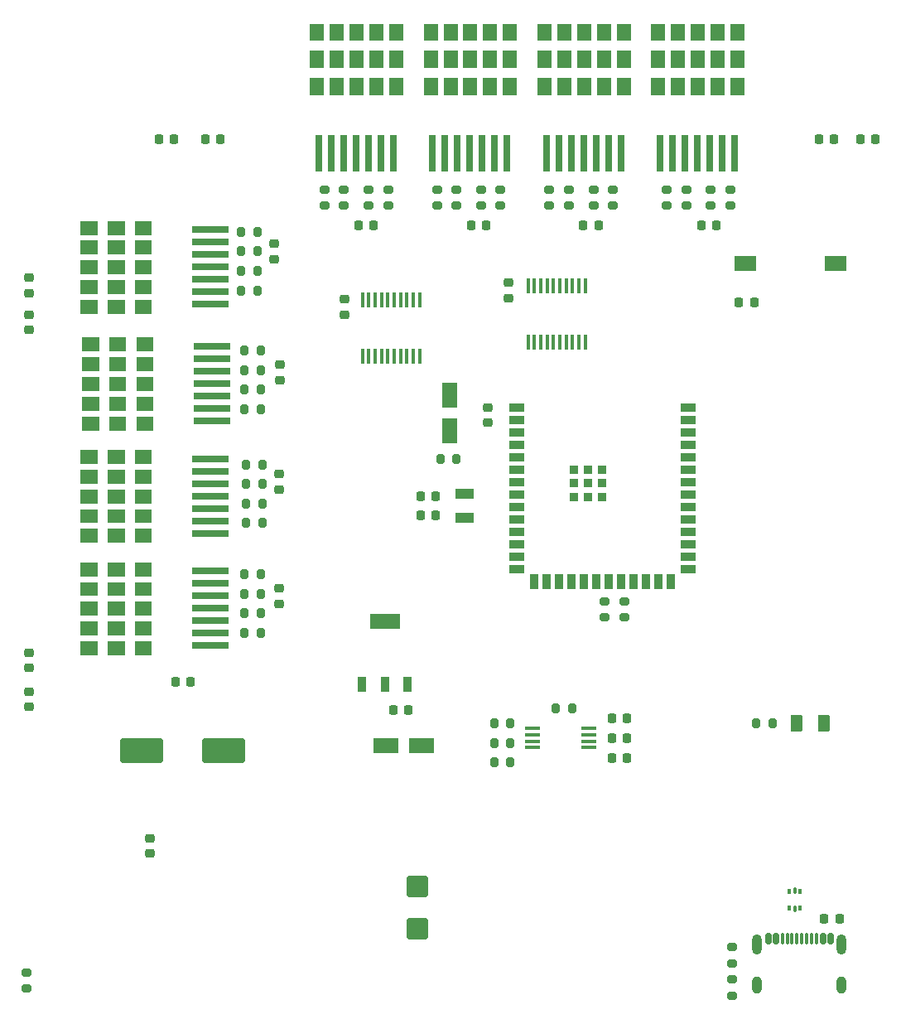
<source format=gtp>
%TF.GenerationSoftware,KiCad,Pcbnew,9.0.4-9.0.4-0~ubuntu24.04.1*%
%TF.CreationDate,2025-09-30T13:12:32+03:00*%
%TF.ProjectId,Esp32-S3-WROOM-1U-N16R8_ controller,45737033-322d-4533-932d-57524f4f4d2d,VER 1.0.0*%
%TF.SameCoordinates,Original*%
%TF.FileFunction,Paste,Top*%
%TF.FilePolarity,Positive*%
%FSLAX46Y46*%
G04 Gerber Fmt 4.6, Leading zero omitted, Abs format (unit mm)*
G04 Created by KiCad (PCBNEW 9.0.4-9.0.4-0~ubuntu24.04.1) date 2025-09-30 13:12:32*
%MOMM*%
%LPD*%
G01*
G04 APERTURE LIST*
G04 Aperture macros list*
%AMRoundRect*
0 Rectangle with rounded corners*
0 $1 Rounding radius*
0 $2 $3 $4 $5 $6 $7 $8 $9 X,Y pos of 4 corners*
0 Add a 4 corners polygon primitive as box body*
4,1,4,$2,$3,$4,$5,$6,$7,$8,$9,$2,$3,0*
0 Add four circle primitives for the rounded corners*
1,1,$1+$1,$2,$3*
1,1,$1+$1,$4,$5*
1,1,$1+$1,$6,$7*
1,1,$1+$1,$8,$9*
0 Add four rect primitives between the rounded corners*
20,1,$1+$1,$2,$3,$4,$5,0*
20,1,$1+$1,$4,$5,$6,$7,0*
20,1,$1+$1,$6,$7,$8,$9,0*
20,1,$1+$1,$8,$9,$2,$3,0*%
G04 Aperture macros list end*
%ADD10C,0.010000*%
%ADD11RoundRect,0.200000X0.200000X0.275000X-0.200000X0.275000X-0.200000X-0.275000X0.200000X-0.275000X0*%
%ADD12RoundRect,0.225000X0.225000X0.250000X-0.225000X0.250000X-0.225000X-0.250000X0.225000X-0.250000X0*%
%ADD13RoundRect,0.200000X0.275000X-0.200000X0.275000X0.200000X-0.275000X0.200000X-0.275000X-0.200000X0*%
%ADD14R,0.838200X1.600200*%
%ADD15R,3.098800X1.600200*%
%ADD16RoundRect,0.200000X-0.200000X-0.275000X0.200000X-0.275000X0.200000X0.275000X-0.200000X0.275000X0*%
%ADD17RoundRect,0.225000X0.250000X-0.225000X0.250000X0.225000X-0.250000X0.225000X-0.250000X-0.225000X0*%
%ADD18RoundRect,0.250000X0.375000X0.625000X-0.375000X0.625000X-0.375000X-0.625000X0.375000X-0.625000X0*%
%ADD19RoundRect,0.093750X0.093750X-0.156250X0.093750X0.156250X-0.093750X0.156250X-0.093750X-0.156250X0*%
%ADD20RoundRect,0.075000X0.075000X-0.250000X0.075000X0.250000X-0.075000X0.250000X-0.075000X-0.250000X0*%
%ADD21RoundRect,0.200000X-0.275000X0.200000X-0.275000X-0.200000X0.275000X-0.200000X0.275000X0.200000X0*%
%ADD22RoundRect,0.159750X0.905250X-0.965250X0.905250X0.965250X-0.905250X0.965250X-0.905250X-0.965250X0*%
%ADD23RoundRect,0.225000X-0.225000X-0.250000X0.225000X-0.250000X0.225000X0.250000X-0.225000X0.250000X0*%
%ADD24RoundRect,0.250000X0.550000X-1.050000X0.550000X1.050000X-0.550000X1.050000X-0.550000X-1.050000X0*%
%ADD25R,3.810000X0.800000*%
%ADD26RoundRect,0.225000X-0.250000X0.225000X-0.250000X-0.225000X0.250000X-0.225000X0.250000X0.225000X0*%
%ADD27R,1.900000X1.100000*%
%ADD28R,0.800000X3.810000*%
%ADD29R,1.500000X0.900000*%
%ADD30R,0.900000X1.500000*%
%ADD31R,0.900000X0.900000*%
%ADD32RoundRect,0.250000X1.950000X1.000000X-1.950000X1.000000X-1.950000X-1.000000X1.950000X-1.000000X0*%
%ADD33RoundRect,0.051250X0.153750X-0.733750X0.153750X0.733750X-0.153750X0.733750X-0.153750X-0.733750X0*%
%ADD34RoundRect,0.150000X-0.150000X-0.425000X0.150000X-0.425000X0.150000X0.425000X-0.150000X0.425000X0*%
%ADD35RoundRect,0.075000X-0.075000X-0.500000X0.075000X-0.500000X0.075000X0.500000X-0.075000X0.500000X0*%
%ADD36O,1.000000X2.100000*%
%ADD37O,1.000000X1.800000*%
%ADD38R,2.180000X1.600000*%
%ADD39RoundRect,0.250000X1.050000X0.550000X-1.050000X0.550000X-1.050000X-0.550000X1.050000X-0.550000X0*%
%ADD40RoundRect,0.051250X-0.733750X-0.153750X0.733750X-0.153750X0.733750X0.153750X-0.733750X0.153750X0*%
G04 APERTURE END LIST*
D10*
%TO.C,U13*%
X109905000Y-87625000D02*
X108255000Y-87625000D01*
X108255000Y-86275000D01*
X109905000Y-86275000D01*
X109905000Y-87625000D01*
G36*
X109905000Y-87625000D02*
G01*
X108255000Y-87625000D01*
X108255000Y-86275000D01*
X109905000Y-86275000D01*
X109905000Y-87625000D01*
G37*
X109905000Y-89645000D02*
X108255000Y-89645000D01*
X108255000Y-88295000D01*
X109905000Y-88295000D01*
X109905000Y-89645000D01*
G36*
X109905000Y-89645000D02*
G01*
X108255000Y-89645000D01*
X108255000Y-88295000D01*
X109905000Y-88295000D01*
X109905000Y-89645000D01*
G37*
X109905000Y-91665000D02*
X108255000Y-91665000D01*
X108255000Y-90315000D01*
X109905000Y-90315000D01*
X109905000Y-91665000D01*
G36*
X109905000Y-91665000D02*
G01*
X108255000Y-91665000D01*
X108255000Y-90315000D01*
X109905000Y-90315000D01*
X109905000Y-91665000D01*
G37*
X109905000Y-93685000D02*
X108255000Y-93685000D01*
X108255000Y-92335000D01*
X109905000Y-92335000D01*
X109905000Y-93685000D01*
G36*
X109905000Y-93685000D02*
G01*
X108255000Y-93685000D01*
X108255000Y-92335000D01*
X109905000Y-92335000D01*
X109905000Y-93685000D01*
G37*
X109905000Y-95705000D02*
X108255000Y-95705000D01*
X108255000Y-94355000D01*
X109905000Y-94355000D01*
X109905000Y-95705000D01*
G36*
X109905000Y-95705000D02*
G01*
X108255000Y-95705000D01*
X108255000Y-94355000D01*
X109905000Y-94355000D01*
X109905000Y-95705000D01*
G37*
X112665000Y-87625000D02*
X111015000Y-87625000D01*
X111015000Y-86275000D01*
X112665000Y-86275000D01*
X112665000Y-87625000D01*
G36*
X112665000Y-87625000D02*
G01*
X111015000Y-87625000D01*
X111015000Y-86275000D01*
X112665000Y-86275000D01*
X112665000Y-87625000D01*
G37*
X112665000Y-89645000D02*
X111015000Y-89645000D01*
X111015000Y-88295000D01*
X112665000Y-88295000D01*
X112665000Y-89645000D01*
G36*
X112665000Y-89645000D02*
G01*
X111015000Y-89645000D01*
X111015000Y-88295000D01*
X112665000Y-88295000D01*
X112665000Y-89645000D01*
G37*
X112665000Y-91665000D02*
X111015000Y-91665000D01*
X111015000Y-90315000D01*
X112665000Y-90315000D01*
X112665000Y-91665000D01*
G36*
X112665000Y-91665000D02*
G01*
X111015000Y-91665000D01*
X111015000Y-90315000D01*
X112665000Y-90315000D01*
X112665000Y-91665000D01*
G37*
X112665000Y-93685000D02*
X111015000Y-93685000D01*
X111015000Y-92335000D01*
X112665000Y-92335000D01*
X112665000Y-93685000D01*
G36*
X112665000Y-93685000D02*
G01*
X111015000Y-93685000D01*
X111015000Y-92335000D01*
X112665000Y-92335000D01*
X112665000Y-93685000D01*
G37*
X112665000Y-95705000D02*
X111015000Y-95705000D01*
X111015000Y-94355000D01*
X112665000Y-94355000D01*
X112665000Y-95705000D01*
G36*
X112665000Y-95705000D02*
G01*
X111015000Y-95705000D01*
X111015000Y-94355000D01*
X112665000Y-94355000D01*
X112665000Y-95705000D01*
G37*
X115425000Y-87625000D02*
X113775000Y-87625000D01*
X113775000Y-86275000D01*
X115425000Y-86275000D01*
X115425000Y-87625000D01*
G36*
X115425000Y-87625000D02*
G01*
X113775000Y-87625000D01*
X113775000Y-86275000D01*
X115425000Y-86275000D01*
X115425000Y-87625000D01*
G37*
X115425000Y-89645000D02*
X113775000Y-89645000D01*
X113775000Y-88295000D01*
X115425000Y-88295000D01*
X115425000Y-89645000D01*
G36*
X115425000Y-89645000D02*
G01*
X113775000Y-89645000D01*
X113775000Y-88295000D01*
X115425000Y-88295000D01*
X115425000Y-89645000D01*
G37*
X115425000Y-91665000D02*
X113775000Y-91665000D01*
X113775000Y-90315000D01*
X115425000Y-90315000D01*
X115425000Y-91665000D01*
G36*
X115425000Y-91665000D02*
G01*
X113775000Y-91665000D01*
X113775000Y-90315000D01*
X115425000Y-90315000D01*
X115425000Y-91665000D01*
G37*
X115425000Y-93685000D02*
X113775000Y-93685000D01*
X113775000Y-92335000D01*
X115425000Y-92335000D01*
X115425000Y-93685000D01*
G36*
X115425000Y-93685000D02*
G01*
X113775000Y-93685000D01*
X113775000Y-92335000D01*
X115425000Y-92335000D01*
X115425000Y-93685000D01*
G37*
X115425000Y-95705000D02*
X113775000Y-95705000D01*
X113775000Y-94355000D01*
X115425000Y-94355000D01*
X115425000Y-95705000D01*
G36*
X115425000Y-95705000D02*
G01*
X113775000Y-95705000D01*
X113775000Y-94355000D01*
X115425000Y-94355000D01*
X115425000Y-95705000D01*
G37*
%TO.C,U5*%
X133055000Y-32905000D02*
X131705000Y-32905000D01*
X131705000Y-31255000D01*
X133055000Y-31255000D01*
X133055000Y-32905000D01*
G36*
X133055000Y-32905000D02*
G01*
X131705000Y-32905000D01*
X131705000Y-31255000D01*
X133055000Y-31255000D01*
X133055000Y-32905000D01*
G37*
X133055000Y-35665000D02*
X131705000Y-35665000D01*
X131705000Y-34015000D01*
X133055000Y-34015000D01*
X133055000Y-35665000D01*
G36*
X133055000Y-35665000D02*
G01*
X131705000Y-35665000D01*
X131705000Y-34015000D01*
X133055000Y-34015000D01*
X133055000Y-35665000D01*
G37*
X133055000Y-38425000D02*
X131705000Y-38425000D01*
X131705000Y-36775000D01*
X133055000Y-36775000D01*
X133055000Y-38425000D01*
G36*
X133055000Y-38425000D02*
G01*
X131705000Y-38425000D01*
X131705000Y-36775000D01*
X133055000Y-36775000D01*
X133055000Y-38425000D01*
G37*
X135075000Y-32905000D02*
X133725000Y-32905000D01*
X133725000Y-31255000D01*
X135075000Y-31255000D01*
X135075000Y-32905000D01*
G36*
X135075000Y-32905000D02*
G01*
X133725000Y-32905000D01*
X133725000Y-31255000D01*
X135075000Y-31255000D01*
X135075000Y-32905000D01*
G37*
X135075000Y-35665000D02*
X133725000Y-35665000D01*
X133725000Y-34015000D01*
X135075000Y-34015000D01*
X135075000Y-35665000D01*
G36*
X135075000Y-35665000D02*
G01*
X133725000Y-35665000D01*
X133725000Y-34015000D01*
X135075000Y-34015000D01*
X135075000Y-35665000D01*
G37*
X135075000Y-38425000D02*
X133725000Y-38425000D01*
X133725000Y-36775000D01*
X135075000Y-36775000D01*
X135075000Y-38425000D01*
G36*
X135075000Y-38425000D02*
G01*
X133725000Y-38425000D01*
X133725000Y-36775000D01*
X135075000Y-36775000D01*
X135075000Y-38425000D01*
G37*
X137095000Y-32905000D02*
X135745000Y-32905000D01*
X135745000Y-31255000D01*
X137095000Y-31255000D01*
X137095000Y-32905000D01*
G36*
X137095000Y-32905000D02*
G01*
X135745000Y-32905000D01*
X135745000Y-31255000D01*
X137095000Y-31255000D01*
X137095000Y-32905000D01*
G37*
X137095000Y-35665000D02*
X135745000Y-35665000D01*
X135745000Y-34015000D01*
X137095000Y-34015000D01*
X137095000Y-35665000D01*
G36*
X137095000Y-35665000D02*
G01*
X135745000Y-35665000D01*
X135745000Y-34015000D01*
X137095000Y-34015000D01*
X137095000Y-35665000D01*
G37*
X137095000Y-38425000D02*
X135745000Y-38425000D01*
X135745000Y-36775000D01*
X137095000Y-36775000D01*
X137095000Y-38425000D01*
G36*
X137095000Y-38425000D02*
G01*
X135745000Y-38425000D01*
X135745000Y-36775000D01*
X137095000Y-36775000D01*
X137095000Y-38425000D01*
G37*
X139115000Y-32905000D02*
X137765000Y-32905000D01*
X137765000Y-31255000D01*
X139115000Y-31255000D01*
X139115000Y-32905000D01*
G36*
X139115000Y-32905000D02*
G01*
X137765000Y-32905000D01*
X137765000Y-31255000D01*
X139115000Y-31255000D01*
X139115000Y-32905000D01*
G37*
X139115000Y-35665000D02*
X137765000Y-35665000D01*
X137765000Y-34015000D01*
X139115000Y-34015000D01*
X139115000Y-35665000D01*
G36*
X139115000Y-35665000D02*
G01*
X137765000Y-35665000D01*
X137765000Y-34015000D01*
X139115000Y-34015000D01*
X139115000Y-35665000D01*
G37*
X139115000Y-38425000D02*
X137765000Y-38425000D01*
X137765000Y-36775000D01*
X139115000Y-36775000D01*
X139115000Y-38425000D01*
G36*
X139115000Y-38425000D02*
G01*
X137765000Y-38425000D01*
X137765000Y-36775000D01*
X139115000Y-36775000D01*
X139115000Y-38425000D01*
G37*
X141135000Y-32905000D02*
X139785000Y-32905000D01*
X139785000Y-31255000D01*
X141135000Y-31255000D01*
X141135000Y-32905000D01*
G36*
X141135000Y-32905000D02*
G01*
X139785000Y-32905000D01*
X139785000Y-31255000D01*
X141135000Y-31255000D01*
X141135000Y-32905000D01*
G37*
X141135000Y-35665000D02*
X139785000Y-35665000D01*
X139785000Y-34015000D01*
X141135000Y-34015000D01*
X141135000Y-35665000D01*
G36*
X141135000Y-35665000D02*
G01*
X139785000Y-35665000D01*
X139785000Y-34015000D01*
X141135000Y-34015000D01*
X141135000Y-35665000D01*
G37*
X141135000Y-38425000D02*
X139785000Y-38425000D01*
X139785000Y-36775000D01*
X141135000Y-36775000D01*
X141135000Y-38425000D01*
G36*
X141135000Y-38425000D02*
G01*
X139785000Y-38425000D01*
X139785000Y-36775000D01*
X141135000Y-36775000D01*
X141135000Y-38425000D01*
G37*
%TO.C,U4*%
X167945000Y-32905000D02*
X166595000Y-32905000D01*
X166595000Y-31255000D01*
X167945000Y-31255000D01*
X167945000Y-32905000D01*
G36*
X167945000Y-32905000D02*
G01*
X166595000Y-32905000D01*
X166595000Y-31255000D01*
X167945000Y-31255000D01*
X167945000Y-32905000D01*
G37*
X167945000Y-35665000D02*
X166595000Y-35665000D01*
X166595000Y-34015000D01*
X167945000Y-34015000D01*
X167945000Y-35665000D01*
G36*
X167945000Y-35665000D02*
G01*
X166595000Y-35665000D01*
X166595000Y-34015000D01*
X167945000Y-34015000D01*
X167945000Y-35665000D01*
G37*
X167945000Y-38425000D02*
X166595000Y-38425000D01*
X166595000Y-36775000D01*
X167945000Y-36775000D01*
X167945000Y-38425000D01*
G36*
X167945000Y-38425000D02*
G01*
X166595000Y-38425000D01*
X166595000Y-36775000D01*
X167945000Y-36775000D01*
X167945000Y-38425000D01*
G37*
X169965000Y-32905000D02*
X168615000Y-32905000D01*
X168615000Y-31255000D01*
X169965000Y-31255000D01*
X169965000Y-32905000D01*
G36*
X169965000Y-32905000D02*
G01*
X168615000Y-32905000D01*
X168615000Y-31255000D01*
X169965000Y-31255000D01*
X169965000Y-32905000D01*
G37*
X169965000Y-35665000D02*
X168615000Y-35665000D01*
X168615000Y-34015000D01*
X169965000Y-34015000D01*
X169965000Y-35665000D01*
G36*
X169965000Y-35665000D02*
G01*
X168615000Y-35665000D01*
X168615000Y-34015000D01*
X169965000Y-34015000D01*
X169965000Y-35665000D01*
G37*
X169965000Y-38425000D02*
X168615000Y-38425000D01*
X168615000Y-36775000D01*
X169965000Y-36775000D01*
X169965000Y-38425000D01*
G36*
X169965000Y-38425000D02*
G01*
X168615000Y-38425000D01*
X168615000Y-36775000D01*
X169965000Y-36775000D01*
X169965000Y-38425000D01*
G37*
X171985000Y-32905000D02*
X170635000Y-32905000D01*
X170635000Y-31255000D01*
X171985000Y-31255000D01*
X171985000Y-32905000D01*
G36*
X171985000Y-32905000D02*
G01*
X170635000Y-32905000D01*
X170635000Y-31255000D01*
X171985000Y-31255000D01*
X171985000Y-32905000D01*
G37*
X171985000Y-35665000D02*
X170635000Y-35665000D01*
X170635000Y-34015000D01*
X171985000Y-34015000D01*
X171985000Y-35665000D01*
G36*
X171985000Y-35665000D02*
G01*
X170635000Y-35665000D01*
X170635000Y-34015000D01*
X171985000Y-34015000D01*
X171985000Y-35665000D01*
G37*
X171985000Y-38425000D02*
X170635000Y-38425000D01*
X170635000Y-36775000D01*
X171985000Y-36775000D01*
X171985000Y-38425000D01*
G36*
X171985000Y-38425000D02*
G01*
X170635000Y-38425000D01*
X170635000Y-36775000D01*
X171985000Y-36775000D01*
X171985000Y-38425000D01*
G37*
X174005000Y-32905000D02*
X172655000Y-32905000D01*
X172655000Y-31255000D01*
X174005000Y-31255000D01*
X174005000Y-32905000D01*
G36*
X174005000Y-32905000D02*
G01*
X172655000Y-32905000D01*
X172655000Y-31255000D01*
X174005000Y-31255000D01*
X174005000Y-32905000D01*
G37*
X174005000Y-35665000D02*
X172655000Y-35665000D01*
X172655000Y-34015000D01*
X174005000Y-34015000D01*
X174005000Y-35665000D01*
G36*
X174005000Y-35665000D02*
G01*
X172655000Y-35665000D01*
X172655000Y-34015000D01*
X174005000Y-34015000D01*
X174005000Y-35665000D01*
G37*
X174005000Y-38425000D02*
X172655000Y-38425000D01*
X172655000Y-36775000D01*
X174005000Y-36775000D01*
X174005000Y-38425000D01*
G36*
X174005000Y-38425000D02*
G01*
X172655000Y-38425000D01*
X172655000Y-36775000D01*
X174005000Y-36775000D01*
X174005000Y-38425000D01*
G37*
X176025000Y-32905000D02*
X174675000Y-32905000D01*
X174675000Y-31255000D01*
X176025000Y-31255000D01*
X176025000Y-32905000D01*
G36*
X176025000Y-32905000D02*
G01*
X174675000Y-32905000D01*
X174675000Y-31255000D01*
X176025000Y-31255000D01*
X176025000Y-32905000D01*
G37*
X176025000Y-35665000D02*
X174675000Y-35665000D01*
X174675000Y-34015000D01*
X176025000Y-34015000D01*
X176025000Y-35665000D01*
G36*
X176025000Y-35665000D02*
G01*
X174675000Y-35665000D01*
X174675000Y-34015000D01*
X176025000Y-34015000D01*
X176025000Y-35665000D01*
G37*
X176025000Y-38425000D02*
X174675000Y-38425000D01*
X174675000Y-36775000D01*
X176025000Y-36775000D01*
X176025000Y-38425000D01*
G36*
X176025000Y-38425000D02*
G01*
X174675000Y-38425000D01*
X174675000Y-36775000D01*
X176025000Y-36775000D01*
X176025000Y-38425000D01*
G37*
%TO.C,U12*%
X110065000Y-64635000D02*
X108415000Y-64635000D01*
X108415000Y-63285000D01*
X110065000Y-63285000D01*
X110065000Y-64635000D01*
G36*
X110065000Y-64635000D02*
G01*
X108415000Y-64635000D01*
X108415000Y-63285000D01*
X110065000Y-63285000D01*
X110065000Y-64635000D01*
G37*
X110065000Y-66655000D02*
X108415000Y-66655000D01*
X108415000Y-65305000D01*
X110065000Y-65305000D01*
X110065000Y-66655000D01*
G36*
X110065000Y-66655000D02*
G01*
X108415000Y-66655000D01*
X108415000Y-65305000D01*
X110065000Y-65305000D01*
X110065000Y-66655000D01*
G37*
X110065000Y-68675000D02*
X108415000Y-68675000D01*
X108415000Y-67325000D01*
X110065000Y-67325000D01*
X110065000Y-68675000D01*
G36*
X110065000Y-68675000D02*
G01*
X108415000Y-68675000D01*
X108415000Y-67325000D01*
X110065000Y-67325000D01*
X110065000Y-68675000D01*
G37*
X110065000Y-70695000D02*
X108415000Y-70695000D01*
X108415000Y-69345000D01*
X110065000Y-69345000D01*
X110065000Y-70695000D01*
G36*
X110065000Y-70695000D02*
G01*
X108415000Y-70695000D01*
X108415000Y-69345000D01*
X110065000Y-69345000D01*
X110065000Y-70695000D01*
G37*
X110065000Y-72715000D02*
X108415000Y-72715000D01*
X108415000Y-71365000D01*
X110065000Y-71365000D01*
X110065000Y-72715000D01*
G36*
X110065000Y-72715000D02*
G01*
X108415000Y-72715000D01*
X108415000Y-71365000D01*
X110065000Y-71365000D01*
X110065000Y-72715000D01*
G37*
X112825000Y-64635000D02*
X111175000Y-64635000D01*
X111175000Y-63285000D01*
X112825000Y-63285000D01*
X112825000Y-64635000D01*
G36*
X112825000Y-64635000D02*
G01*
X111175000Y-64635000D01*
X111175000Y-63285000D01*
X112825000Y-63285000D01*
X112825000Y-64635000D01*
G37*
X112825000Y-66655000D02*
X111175000Y-66655000D01*
X111175000Y-65305000D01*
X112825000Y-65305000D01*
X112825000Y-66655000D01*
G36*
X112825000Y-66655000D02*
G01*
X111175000Y-66655000D01*
X111175000Y-65305000D01*
X112825000Y-65305000D01*
X112825000Y-66655000D01*
G37*
X112825000Y-68675000D02*
X111175000Y-68675000D01*
X111175000Y-67325000D01*
X112825000Y-67325000D01*
X112825000Y-68675000D01*
G36*
X112825000Y-68675000D02*
G01*
X111175000Y-68675000D01*
X111175000Y-67325000D01*
X112825000Y-67325000D01*
X112825000Y-68675000D01*
G37*
X112825000Y-70695000D02*
X111175000Y-70695000D01*
X111175000Y-69345000D01*
X112825000Y-69345000D01*
X112825000Y-70695000D01*
G36*
X112825000Y-70695000D02*
G01*
X111175000Y-70695000D01*
X111175000Y-69345000D01*
X112825000Y-69345000D01*
X112825000Y-70695000D01*
G37*
X112825000Y-72715000D02*
X111175000Y-72715000D01*
X111175000Y-71365000D01*
X112825000Y-71365000D01*
X112825000Y-72715000D01*
G36*
X112825000Y-72715000D02*
G01*
X111175000Y-72715000D01*
X111175000Y-71365000D01*
X112825000Y-71365000D01*
X112825000Y-72715000D01*
G37*
X115585000Y-64635000D02*
X113935000Y-64635000D01*
X113935000Y-63285000D01*
X115585000Y-63285000D01*
X115585000Y-64635000D01*
G36*
X115585000Y-64635000D02*
G01*
X113935000Y-64635000D01*
X113935000Y-63285000D01*
X115585000Y-63285000D01*
X115585000Y-64635000D01*
G37*
X115585000Y-66655000D02*
X113935000Y-66655000D01*
X113935000Y-65305000D01*
X115585000Y-65305000D01*
X115585000Y-66655000D01*
G36*
X115585000Y-66655000D02*
G01*
X113935000Y-66655000D01*
X113935000Y-65305000D01*
X115585000Y-65305000D01*
X115585000Y-66655000D01*
G37*
X115585000Y-68675000D02*
X113935000Y-68675000D01*
X113935000Y-67325000D01*
X115585000Y-67325000D01*
X115585000Y-68675000D01*
G36*
X115585000Y-68675000D02*
G01*
X113935000Y-68675000D01*
X113935000Y-67325000D01*
X115585000Y-67325000D01*
X115585000Y-68675000D01*
G37*
X115585000Y-70695000D02*
X113935000Y-70695000D01*
X113935000Y-69345000D01*
X115585000Y-69345000D01*
X115585000Y-70695000D01*
G36*
X115585000Y-70695000D02*
G01*
X113935000Y-70695000D01*
X113935000Y-69345000D01*
X115585000Y-69345000D01*
X115585000Y-70695000D01*
G37*
X115585000Y-72715000D02*
X113935000Y-72715000D01*
X113935000Y-71365000D01*
X115585000Y-71365000D01*
X115585000Y-72715000D01*
G36*
X115585000Y-72715000D02*
G01*
X113935000Y-72715000D01*
X113935000Y-71365000D01*
X115585000Y-71365000D01*
X115585000Y-72715000D01*
G37*
%TO.C,U10*%
X109905000Y-52735000D02*
X108255000Y-52735000D01*
X108255000Y-51385000D01*
X109905000Y-51385000D01*
X109905000Y-52735000D01*
G36*
X109905000Y-52735000D02*
G01*
X108255000Y-52735000D01*
X108255000Y-51385000D01*
X109905000Y-51385000D01*
X109905000Y-52735000D01*
G37*
X109905000Y-54755000D02*
X108255000Y-54755000D01*
X108255000Y-53405000D01*
X109905000Y-53405000D01*
X109905000Y-54755000D01*
G36*
X109905000Y-54755000D02*
G01*
X108255000Y-54755000D01*
X108255000Y-53405000D01*
X109905000Y-53405000D01*
X109905000Y-54755000D01*
G37*
X109905000Y-56775000D02*
X108255000Y-56775000D01*
X108255000Y-55425000D01*
X109905000Y-55425000D01*
X109905000Y-56775000D01*
G36*
X109905000Y-56775000D02*
G01*
X108255000Y-56775000D01*
X108255000Y-55425000D01*
X109905000Y-55425000D01*
X109905000Y-56775000D01*
G37*
X109905000Y-58795000D02*
X108255000Y-58795000D01*
X108255000Y-57445000D01*
X109905000Y-57445000D01*
X109905000Y-58795000D01*
G36*
X109905000Y-58795000D02*
G01*
X108255000Y-58795000D01*
X108255000Y-57445000D01*
X109905000Y-57445000D01*
X109905000Y-58795000D01*
G37*
X109905000Y-60815000D02*
X108255000Y-60815000D01*
X108255000Y-59465000D01*
X109905000Y-59465000D01*
X109905000Y-60815000D01*
G36*
X109905000Y-60815000D02*
G01*
X108255000Y-60815000D01*
X108255000Y-59465000D01*
X109905000Y-59465000D01*
X109905000Y-60815000D01*
G37*
X112665000Y-52735000D02*
X111015000Y-52735000D01*
X111015000Y-51385000D01*
X112665000Y-51385000D01*
X112665000Y-52735000D01*
G36*
X112665000Y-52735000D02*
G01*
X111015000Y-52735000D01*
X111015000Y-51385000D01*
X112665000Y-51385000D01*
X112665000Y-52735000D01*
G37*
X112665000Y-54755000D02*
X111015000Y-54755000D01*
X111015000Y-53405000D01*
X112665000Y-53405000D01*
X112665000Y-54755000D01*
G36*
X112665000Y-54755000D02*
G01*
X111015000Y-54755000D01*
X111015000Y-53405000D01*
X112665000Y-53405000D01*
X112665000Y-54755000D01*
G37*
X112665000Y-56775000D02*
X111015000Y-56775000D01*
X111015000Y-55425000D01*
X112665000Y-55425000D01*
X112665000Y-56775000D01*
G36*
X112665000Y-56775000D02*
G01*
X111015000Y-56775000D01*
X111015000Y-55425000D01*
X112665000Y-55425000D01*
X112665000Y-56775000D01*
G37*
X112665000Y-58795000D02*
X111015000Y-58795000D01*
X111015000Y-57445000D01*
X112665000Y-57445000D01*
X112665000Y-58795000D01*
G36*
X112665000Y-58795000D02*
G01*
X111015000Y-58795000D01*
X111015000Y-57445000D01*
X112665000Y-57445000D01*
X112665000Y-58795000D01*
G37*
X112665000Y-60815000D02*
X111015000Y-60815000D01*
X111015000Y-59465000D01*
X112665000Y-59465000D01*
X112665000Y-60815000D01*
G36*
X112665000Y-60815000D02*
G01*
X111015000Y-60815000D01*
X111015000Y-59465000D01*
X112665000Y-59465000D01*
X112665000Y-60815000D01*
G37*
X115425000Y-52735000D02*
X113775000Y-52735000D01*
X113775000Y-51385000D01*
X115425000Y-51385000D01*
X115425000Y-52735000D01*
G36*
X115425000Y-52735000D02*
G01*
X113775000Y-52735000D01*
X113775000Y-51385000D01*
X115425000Y-51385000D01*
X115425000Y-52735000D01*
G37*
X115425000Y-54755000D02*
X113775000Y-54755000D01*
X113775000Y-53405000D01*
X115425000Y-53405000D01*
X115425000Y-54755000D01*
G36*
X115425000Y-54755000D02*
G01*
X113775000Y-54755000D01*
X113775000Y-53405000D01*
X115425000Y-53405000D01*
X115425000Y-54755000D01*
G37*
X115425000Y-56775000D02*
X113775000Y-56775000D01*
X113775000Y-55425000D01*
X115425000Y-55425000D01*
X115425000Y-56775000D01*
G36*
X115425000Y-56775000D02*
G01*
X113775000Y-56775000D01*
X113775000Y-55425000D01*
X115425000Y-55425000D01*
X115425000Y-56775000D01*
G37*
X115425000Y-58795000D02*
X113775000Y-58795000D01*
X113775000Y-57445000D01*
X115425000Y-57445000D01*
X115425000Y-58795000D01*
G36*
X115425000Y-58795000D02*
G01*
X113775000Y-58795000D01*
X113775000Y-57445000D01*
X115425000Y-57445000D01*
X115425000Y-58795000D01*
G37*
X115425000Y-60815000D02*
X113775000Y-60815000D01*
X113775000Y-59465000D01*
X115425000Y-59465000D01*
X115425000Y-60815000D01*
G36*
X115425000Y-60815000D02*
G01*
X113775000Y-60815000D01*
X113775000Y-59465000D01*
X115425000Y-59465000D01*
X115425000Y-60815000D01*
G37*
%TO.C,U11*%
X109905000Y-76135000D02*
X108255000Y-76135000D01*
X108255000Y-74785000D01*
X109905000Y-74785000D01*
X109905000Y-76135000D01*
G36*
X109905000Y-76135000D02*
G01*
X108255000Y-76135000D01*
X108255000Y-74785000D01*
X109905000Y-74785000D01*
X109905000Y-76135000D01*
G37*
X109905000Y-78155000D02*
X108255000Y-78155000D01*
X108255000Y-76805000D01*
X109905000Y-76805000D01*
X109905000Y-78155000D01*
G36*
X109905000Y-78155000D02*
G01*
X108255000Y-78155000D01*
X108255000Y-76805000D01*
X109905000Y-76805000D01*
X109905000Y-78155000D01*
G37*
X109905000Y-80175000D02*
X108255000Y-80175000D01*
X108255000Y-78825000D01*
X109905000Y-78825000D01*
X109905000Y-80175000D01*
G36*
X109905000Y-80175000D02*
G01*
X108255000Y-80175000D01*
X108255000Y-78825000D01*
X109905000Y-78825000D01*
X109905000Y-80175000D01*
G37*
X109905000Y-82195000D02*
X108255000Y-82195000D01*
X108255000Y-80845000D01*
X109905000Y-80845000D01*
X109905000Y-82195000D01*
G36*
X109905000Y-82195000D02*
G01*
X108255000Y-82195000D01*
X108255000Y-80845000D01*
X109905000Y-80845000D01*
X109905000Y-82195000D01*
G37*
X109905000Y-84215000D02*
X108255000Y-84215000D01*
X108255000Y-82865000D01*
X109905000Y-82865000D01*
X109905000Y-84215000D01*
G36*
X109905000Y-84215000D02*
G01*
X108255000Y-84215000D01*
X108255000Y-82865000D01*
X109905000Y-82865000D01*
X109905000Y-84215000D01*
G37*
X112665000Y-76135000D02*
X111015000Y-76135000D01*
X111015000Y-74785000D01*
X112665000Y-74785000D01*
X112665000Y-76135000D01*
G36*
X112665000Y-76135000D02*
G01*
X111015000Y-76135000D01*
X111015000Y-74785000D01*
X112665000Y-74785000D01*
X112665000Y-76135000D01*
G37*
X112665000Y-78155000D02*
X111015000Y-78155000D01*
X111015000Y-76805000D01*
X112665000Y-76805000D01*
X112665000Y-78155000D01*
G36*
X112665000Y-78155000D02*
G01*
X111015000Y-78155000D01*
X111015000Y-76805000D01*
X112665000Y-76805000D01*
X112665000Y-78155000D01*
G37*
X112665000Y-80175000D02*
X111015000Y-80175000D01*
X111015000Y-78825000D01*
X112665000Y-78825000D01*
X112665000Y-80175000D01*
G36*
X112665000Y-80175000D02*
G01*
X111015000Y-80175000D01*
X111015000Y-78825000D01*
X112665000Y-78825000D01*
X112665000Y-80175000D01*
G37*
X112665000Y-82195000D02*
X111015000Y-82195000D01*
X111015000Y-80845000D01*
X112665000Y-80845000D01*
X112665000Y-82195000D01*
G36*
X112665000Y-82195000D02*
G01*
X111015000Y-82195000D01*
X111015000Y-80845000D01*
X112665000Y-80845000D01*
X112665000Y-82195000D01*
G37*
X112665000Y-84215000D02*
X111015000Y-84215000D01*
X111015000Y-82865000D01*
X112665000Y-82865000D01*
X112665000Y-84215000D01*
G36*
X112665000Y-84215000D02*
G01*
X111015000Y-84215000D01*
X111015000Y-82865000D01*
X112665000Y-82865000D01*
X112665000Y-84215000D01*
G37*
X115425000Y-76135000D02*
X113775000Y-76135000D01*
X113775000Y-74785000D01*
X115425000Y-74785000D01*
X115425000Y-76135000D01*
G36*
X115425000Y-76135000D02*
G01*
X113775000Y-76135000D01*
X113775000Y-74785000D01*
X115425000Y-74785000D01*
X115425000Y-76135000D01*
G37*
X115425000Y-78155000D02*
X113775000Y-78155000D01*
X113775000Y-76805000D01*
X115425000Y-76805000D01*
X115425000Y-78155000D01*
G36*
X115425000Y-78155000D02*
G01*
X113775000Y-78155000D01*
X113775000Y-76805000D01*
X115425000Y-76805000D01*
X115425000Y-78155000D01*
G37*
X115425000Y-80175000D02*
X113775000Y-80175000D01*
X113775000Y-78825000D01*
X115425000Y-78825000D01*
X115425000Y-80175000D01*
G36*
X115425000Y-80175000D02*
G01*
X113775000Y-80175000D01*
X113775000Y-78825000D01*
X115425000Y-78825000D01*
X115425000Y-80175000D01*
G37*
X115425000Y-82195000D02*
X113775000Y-82195000D01*
X113775000Y-80845000D01*
X115425000Y-80845000D01*
X115425000Y-82195000D01*
G36*
X115425000Y-82195000D02*
G01*
X113775000Y-82195000D01*
X113775000Y-80845000D01*
X115425000Y-80845000D01*
X115425000Y-82195000D01*
G37*
X115425000Y-84215000D02*
X113775000Y-84215000D01*
X113775000Y-82865000D01*
X115425000Y-82865000D01*
X115425000Y-84215000D01*
G36*
X115425000Y-84215000D02*
G01*
X113775000Y-84215000D01*
X113775000Y-82865000D01*
X115425000Y-82865000D01*
X115425000Y-84215000D01*
G37*
%TO.C,U6*%
X156315000Y-32905000D02*
X154965000Y-32905000D01*
X154965000Y-31255000D01*
X156315000Y-31255000D01*
X156315000Y-32905000D01*
G36*
X156315000Y-32905000D02*
G01*
X154965000Y-32905000D01*
X154965000Y-31255000D01*
X156315000Y-31255000D01*
X156315000Y-32905000D01*
G37*
X156315000Y-35665000D02*
X154965000Y-35665000D01*
X154965000Y-34015000D01*
X156315000Y-34015000D01*
X156315000Y-35665000D01*
G36*
X156315000Y-35665000D02*
G01*
X154965000Y-35665000D01*
X154965000Y-34015000D01*
X156315000Y-34015000D01*
X156315000Y-35665000D01*
G37*
X156315000Y-38425000D02*
X154965000Y-38425000D01*
X154965000Y-36775000D01*
X156315000Y-36775000D01*
X156315000Y-38425000D01*
G36*
X156315000Y-38425000D02*
G01*
X154965000Y-38425000D01*
X154965000Y-36775000D01*
X156315000Y-36775000D01*
X156315000Y-38425000D01*
G37*
X158335000Y-32905000D02*
X156985000Y-32905000D01*
X156985000Y-31255000D01*
X158335000Y-31255000D01*
X158335000Y-32905000D01*
G36*
X158335000Y-32905000D02*
G01*
X156985000Y-32905000D01*
X156985000Y-31255000D01*
X158335000Y-31255000D01*
X158335000Y-32905000D01*
G37*
X158335000Y-35665000D02*
X156985000Y-35665000D01*
X156985000Y-34015000D01*
X158335000Y-34015000D01*
X158335000Y-35665000D01*
G36*
X158335000Y-35665000D02*
G01*
X156985000Y-35665000D01*
X156985000Y-34015000D01*
X158335000Y-34015000D01*
X158335000Y-35665000D01*
G37*
X158335000Y-38425000D02*
X156985000Y-38425000D01*
X156985000Y-36775000D01*
X158335000Y-36775000D01*
X158335000Y-38425000D01*
G36*
X158335000Y-38425000D02*
G01*
X156985000Y-38425000D01*
X156985000Y-36775000D01*
X158335000Y-36775000D01*
X158335000Y-38425000D01*
G37*
X160355000Y-32905000D02*
X159005000Y-32905000D01*
X159005000Y-31255000D01*
X160355000Y-31255000D01*
X160355000Y-32905000D01*
G36*
X160355000Y-32905000D02*
G01*
X159005000Y-32905000D01*
X159005000Y-31255000D01*
X160355000Y-31255000D01*
X160355000Y-32905000D01*
G37*
X160355000Y-35665000D02*
X159005000Y-35665000D01*
X159005000Y-34015000D01*
X160355000Y-34015000D01*
X160355000Y-35665000D01*
G36*
X160355000Y-35665000D02*
G01*
X159005000Y-35665000D01*
X159005000Y-34015000D01*
X160355000Y-34015000D01*
X160355000Y-35665000D01*
G37*
X160355000Y-38425000D02*
X159005000Y-38425000D01*
X159005000Y-36775000D01*
X160355000Y-36775000D01*
X160355000Y-38425000D01*
G36*
X160355000Y-38425000D02*
G01*
X159005000Y-38425000D01*
X159005000Y-36775000D01*
X160355000Y-36775000D01*
X160355000Y-38425000D01*
G37*
X162375000Y-32905000D02*
X161025000Y-32905000D01*
X161025000Y-31255000D01*
X162375000Y-31255000D01*
X162375000Y-32905000D01*
G36*
X162375000Y-32905000D02*
G01*
X161025000Y-32905000D01*
X161025000Y-31255000D01*
X162375000Y-31255000D01*
X162375000Y-32905000D01*
G37*
X162375000Y-35665000D02*
X161025000Y-35665000D01*
X161025000Y-34015000D01*
X162375000Y-34015000D01*
X162375000Y-35665000D01*
G36*
X162375000Y-35665000D02*
G01*
X161025000Y-35665000D01*
X161025000Y-34015000D01*
X162375000Y-34015000D01*
X162375000Y-35665000D01*
G37*
X162375000Y-38425000D02*
X161025000Y-38425000D01*
X161025000Y-36775000D01*
X162375000Y-36775000D01*
X162375000Y-38425000D01*
G36*
X162375000Y-38425000D02*
G01*
X161025000Y-38425000D01*
X161025000Y-36775000D01*
X162375000Y-36775000D01*
X162375000Y-38425000D01*
G37*
X164395000Y-32905000D02*
X163045000Y-32905000D01*
X163045000Y-31255000D01*
X164395000Y-31255000D01*
X164395000Y-32905000D01*
G36*
X164395000Y-32905000D02*
G01*
X163045000Y-32905000D01*
X163045000Y-31255000D01*
X164395000Y-31255000D01*
X164395000Y-32905000D01*
G37*
X164395000Y-35665000D02*
X163045000Y-35665000D01*
X163045000Y-34015000D01*
X164395000Y-34015000D01*
X164395000Y-35665000D01*
G36*
X164395000Y-35665000D02*
G01*
X163045000Y-35665000D01*
X163045000Y-34015000D01*
X164395000Y-34015000D01*
X164395000Y-35665000D01*
G37*
X164395000Y-38425000D02*
X163045000Y-38425000D01*
X163045000Y-36775000D01*
X164395000Y-36775000D01*
X164395000Y-38425000D01*
G36*
X164395000Y-38425000D02*
G01*
X163045000Y-38425000D01*
X163045000Y-36775000D01*
X164395000Y-36775000D01*
X164395000Y-38425000D01*
G37*
%TO.C,U3*%
X144685000Y-32905000D02*
X143335000Y-32905000D01*
X143335000Y-31255000D01*
X144685000Y-31255000D01*
X144685000Y-32905000D01*
G36*
X144685000Y-32905000D02*
G01*
X143335000Y-32905000D01*
X143335000Y-31255000D01*
X144685000Y-31255000D01*
X144685000Y-32905000D01*
G37*
X144685000Y-35665000D02*
X143335000Y-35665000D01*
X143335000Y-34015000D01*
X144685000Y-34015000D01*
X144685000Y-35665000D01*
G36*
X144685000Y-35665000D02*
G01*
X143335000Y-35665000D01*
X143335000Y-34015000D01*
X144685000Y-34015000D01*
X144685000Y-35665000D01*
G37*
X144685000Y-38425000D02*
X143335000Y-38425000D01*
X143335000Y-36775000D01*
X144685000Y-36775000D01*
X144685000Y-38425000D01*
G36*
X144685000Y-38425000D02*
G01*
X143335000Y-38425000D01*
X143335000Y-36775000D01*
X144685000Y-36775000D01*
X144685000Y-38425000D01*
G37*
X146705000Y-32905000D02*
X145355000Y-32905000D01*
X145355000Y-31255000D01*
X146705000Y-31255000D01*
X146705000Y-32905000D01*
G36*
X146705000Y-32905000D02*
G01*
X145355000Y-32905000D01*
X145355000Y-31255000D01*
X146705000Y-31255000D01*
X146705000Y-32905000D01*
G37*
X146705000Y-35665000D02*
X145355000Y-35665000D01*
X145355000Y-34015000D01*
X146705000Y-34015000D01*
X146705000Y-35665000D01*
G36*
X146705000Y-35665000D02*
G01*
X145355000Y-35665000D01*
X145355000Y-34015000D01*
X146705000Y-34015000D01*
X146705000Y-35665000D01*
G37*
X146705000Y-38425000D02*
X145355000Y-38425000D01*
X145355000Y-36775000D01*
X146705000Y-36775000D01*
X146705000Y-38425000D01*
G36*
X146705000Y-38425000D02*
G01*
X145355000Y-38425000D01*
X145355000Y-36775000D01*
X146705000Y-36775000D01*
X146705000Y-38425000D01*
G37*
X148725000Y-32905000D02*
X147375000Y-32905000D01*
X147375000Y-31255000D01*
X148725000Y-31255000D01*
X148725000Y-32905000D01*
G36*
X148725000Y-32905000D02*
G01*
X147375000Y-32905000D01*
X147375000Y-31255000D01*
X148725000Y-31255000D01*
X148725000Y-32905000D01*
G37*
X148725000Y-35665000D02*
X147375000Y-35665000D01*
X147375000Y-34015000D01*
X148725000Y-34015000D01*
X148725000Y-35665000D01*
G36*
X148725000Y-35665000D02*
G01*
X147375000Y-35665000D01*
X147375000Y-34015000D01*
X148725000Y-34015000D01*
X148725000Y-35665000D01*
G37*
X148725000Y-38425000D02*
X147375000Y-38425000D01*
X147375000Y-36775000D01*
X148725000Y-36775000D01*
X148725000Y-38425000D01*
G36*
X148725000Y-38425000D02*
G01*
X147375000Y-38425000D01*
X147375000Y-36775000D01*
X148725000Y-36775000D01*
X148725000Y-38425000D01*
G37*
X150745000Y-32905000D02*
X149395000Y-32905000D01*
X149395000Y-31255000D01*
X150745000Y-31255000D01*
X150745000Y-32905000D01*
G36*
X150745000Y-32905000D02*
G01*
X149395000Y-32905000D01*
X149395000Y-31255000D01*
X150745000Y-31255000D01*
X150745000Y-32905000D01*
G37*
X150745000Y-35665000D02*
X149395000Y-35665000D01*
X149395000Y-34015000D01*
X150745000Y-34015000D01*
X150745000Y-35665000D01*
G36*
X150745000Y-35665000D02*
G01*
X149395000Y-35665000D01*
X149395000Y-34015000D01*
X150745000Y-34015000D01*
X150745000Y-35665000D01*
G37*
X150745000Y-38425000D02*
X149395000Y-38425000D01*
X149395000Y-36775000D01*
X150745000Y-36775000D01*
X150745000Y-38425000D01*
G36*
X150745000Y-38425000D02*
G01*
X149395000Y-38425000D01*
X149395000Y-36775000D01*
X150745000Y-36775000D01*
X150745000Y-38425000D01*
G37*
X152765000Y-32905000D02*
X151415000Y-32905000D01*
X151415000Y-31255000D01*
X152765000Y-31255000D01*
X152765000Y-32905000D01*
G36*
X152765000Y-32905000D02*
G01*
X151415000Y-32905000D01*
X151415000Y-31255000D01*
X152765000Y-31255000D01*
X152765000Y-32905000D01*
G37*
X152765000Y-35665000D02*
X151415000Y-35665000D01*
X151415000Y-34015000D01*
X152765000Y-34015000D01*
X152765000Y-35665000D01*
G36*
X152765000Y-35665000D02*
G01*
X151415000Y-35665000D01*
X151415000Y-34015000D01*
X152765000Y-34015000D01*
X152765000Y-35665000D01*
G37*
X152765000Y-38425000D02*
X151415000Y-38425000D01*
X151415000Y-36775000D01*
X152765000Y-36775000D01*
X152765000Y-38425000D01*
G36*
X152765000Y-38425000D02*
G01*
X151415000Y-38425000D01*
X151415000Y-36775000D01*
X152765000Y-36775000D01*
X152765000Y-38425000D01*
G37*
%TD*%
D11*
%TO.C,R26*%
X126650000Y-91500000D03*
X125000000Y-91500000D03*
%TD*%
D12*
%TO.C,C31*%
X177111286Y-59743713D03*
X175561286Y-59743713D03*
%TD*%
D13*
%TO.C,R11*%
X160680000Y-49840000D03*
X160680000Y-48190000D03*
%TD*%
D14*
%TO.C,U14*%
X137024886Y-98743713D03*
X139336286Y-98743713D03*
X141647686Y-98743713D03*
D15*
X139336286Y-92342913D03*
%TD*%
D16*
%TO.C,R36*%
X125175000Y-76270000D03*
X126825000Y-76270000D03*
%TD*%
D11*
%TO.C,R37*%
X152161286Y-104743713D03*
X150511286Y-104743713D03*
%TD*%
D12*
%TO.C,C22*%
X164111286Y-102243713D03*
X162561286Y-102243713D03*
%TD*%
D17*
%TO.C,C20*%
X128500000Y-78820000D03*
X128500000Y-77270000D03*
%TD*%
D18*
%TO.C,D3*%
X184236286Y-102743713D03*
X181436286Y-102743713D03*
%TD*%
D19*
%TO.C,U8*%
X180723786Y-121593713D03*
D20*
X181261286Y-121668713D03*
D19*
X181798786Y-121593713D03*
X181798786Y-119893713D03*
D20*
X181261286Y-119818713D03*
D19*
X180723786Y-119893713D03*
%TD*%
D13*
%TO.C,R9*%
X137680000Y-49840000D03*
X137680000Y-48190000D03*
%TD*%
D11*
%TO.C,R27*%
X126825000Y-82270000D03*
X125175000Y-82270000D03*
%TD*%
D13*
%TO.C,R13*%
X139680000Y-49840000D03*
X139680000Y-48190000D03*
%TD*%
D21*
%TO.C,R14*%
X151180000Y-48190000D03*
X151180000Y-49840000D03*
%TD*%
D12*
%TO.C,C33*%
X144571286Y-81503713D03*
X143021286Y-81503713D03*
%TD*%
D17*
%TO.C,C2*%
X152000000Y-59275000D03*
X152000000Y-57725000D03*
%TD*%
%TO.C,C24*%
X103000000Y-101050000D03*
X103000000Y-99500000D03*
%TD*%
D22*
%TO.C,D1*%
X142646286Y-123758713D03*
X142646286Y-119408713D03*
%TD*%
D17*
%TO.C,C26*%
X103000000Y-62500000D03*
X103000000Y-60950000D03*
%TD*%
D23*
%TO.C,C11*%
X116225000Y-43000000D03*
X117775000Y-43000000D03*
%TD*%
D16*
%TO.C,R20*%
X150511286Y-102743713D03*
X152161286Y-102743713D03*
%TD*%
D11*
%TO.C,R21*%
X126660000Y-70640000D03*
X125010000Y-70640000D03*
%TD*%
%TO.C,R25*%
X126650000Y-93500000D03*
X125000000Y-93500000D03*
%TD*%
D13*
%TO.C,R1*%
X133180000Y-49840000D03*
X133180000Y-48190000D03*
%TD*%
D24*
%TO.C,C29*%
X146000000Y-72800000D03*
X146000000Y-69200000D03*
%TD*%
D13*
%TO.C,R10*%
X149180000Y-49840000D03*
X149180000Y-48190000D03*
%TD*%
D25*
%TO.C,U13*%
X121500000Y-94800000D03*
X121500000Y-93530000D03*
X121500000Y-92260000D03*
X121500000Y-90990000D03*
X121500000Y-89720000D03*
X121500000Y-88450000D03*
X121500000Y-87180000D03*
%TD*%
D26*
%TO.C,C30*%
X149836286Y-70468713D03*
X149836286Y-72018713D03*
%TD*%
D27*
%TO.C,Y1*%
X147521286Y-79253713D03*
X147521286Y-81753713D03*
%TD*%
D13*
%TO.C,R5*%
X156180000Y-49840000D03*
X156180000Y-48190000D03*
%TD*%
D28*
%TO.C,U5*%
X132610000Y-44500000D03*
X133880000Y-44500000D03*
X135150000Y-44500000D03*
X136420000Y-44500000D03*
X137690000Y-44500000D03*
X138960000Y-44500000D03*
X140230000Y-44500000D03*
%TD*%
D11*
%TO.C,R32*%
X126825000Y-78270000D03*
X125175000Y-78270000D03*
%TD*%
D21*
%TO.C,R39*%
X161836286Y-90243713D03*
X161836286Y-91893713D03*
%TD*%
D12*
%TO.C,C16*%
X164111286Y-104243713D03*
X162561286Y-104243713D03*
%TD*%
%TO.C,C12*%
X189500000Y-43000000D03*
X187950000Y-43000000D03*
%TD*%
D13*
%TO.C,R12*%
X172680000Y-49840000D03*
X172680000Y-48190000D03*
%TD*%
D16*
%TO.C,R19*%
X150511286Y-106743713D03*
X152161286Y-106743713D03*
%TD*%
D28*
%TO.C,U4*%
X167500000Y-44500000D03*
X168770000Y-44500000D03*
X170040000Y-44500000D03*
X171310000Y-44500000D03*
X172580000Y-44500000D03*
X173850000Y-44500000D03*
X175120000Y-44500000D03*
%TD*%
D16*
%TO.C,R34*%
X124675000Y-52500000D03*
X126325000Y-52500000D03*
%TD*%
D29*
%TO.C,U15*%
X152871286Y-70483713D03*
X152871286Y-71753713D03*
X152871286Y-73023713D03*
X152871286Y-74293713D03*
X152871286Y-75563713D03*
X152871286Y-76833713D03*
X152871286Y-78103713D03*
X152871286Y-79373713D03*
X152871286Y-80643713D03*
X152871286Y-81913713D03*
X152871286Y-83183713D03*
X152871286Y-84453713D03*
X152871286Y-85723713D03*
X152871286Y-86993713D03*
D30*
X154636286Y-88243713D03*
X155906286Y-88243713D03*
X157176286Y-88243713D03*
X158446286Y-88243713D03*
X159716286Y-88243713D03*
X160986286Y-88243713D03*
X162256286Y-88243713D03*
X163526286Y-88243713D03*
X164796286Y-88243713D03*
X166066286Y-88243713D03*
X167336286Y-88243713D03*
X168606286Y-88243713D03*
D29*
X170371286Y-86993713D03*
X170371286Y-85723713D03*
X170371286Y-84453713D03*
X170371286Y-83183713D03*
X170371286Y-81913713D03*
X170371286Y-80643713D03*
X170371286Y-79373713D03*
X170371286Y-78103713D03*
X170371286Y-76833713D03*
X170371286Y-75563713D03*
X170371286Y-74293713D03*
X170371286Y-73023713D03*
X170371286Y-71753713D03*
X170371286Y-70483713D03*
D31*
X158721286Y-76803713D03*
X160121286Y-76803713D03*
X161521286Y-76803713D03*
X158721286Y-78203713D03*
X160121286Y-78203713D03*
X161521286Y-78203713D03*
X158721286Y-79603713D03*
X160121286Y-79603713D03*
X161521286Y-79603713D03*
%TD*%
D11*
%TO.C,R28*%
X126825000Y-80270000D03*
X125175000Y-80270000D03*
%TD*%
D17*
%TO.C,C18*%
X128000000Y-55275000D03*
X128000000Y-53725000D03*
%TD*%
D25*
%TO.C,U12*%
X121660000Y-71810000D03*
X121660000Y-70540000D03*
X121660000Y-69270000D03*
X121660000Y-68000000D03*
X121660000Y-66730000D03*
X121660000Y-65460000D03*
X121660000Y-64190000D03*
%TD*%
D16*
%TO.C,R38*%
X156836286Y-101243713D03*
X158486286Y-101243713D03*
%TD*%
D11*
%TO.C,R23*%
X126325000Y-58500000D03*
X124675000Y-58500000D03*
%TD*%
%TO.C,R42*%
X146661286Y-75743713D03*
X145011286Y-75743713D03*
%TD*%
%TO.C,R24*%
X126325000Y-56500000D03*
X124675000Y-56500000D03*
%TD*%
D21*
%TO.C,R16*%
X174680000Y-48190000D03*
X174680000Y-49840000D03*
%TD*%
D23*
%TO.C,C13*%
X183725000Y-43000000D03*
X185275000Y-43000000D03*
%TD*%
D13*
%TO.C,R40*%
X163836286Y-91893713D03*
X163836286Y-90243713D03*
%TD*%
D11*
%TO.C,R30*%
X126325000Y-54500000D03*
X124675000Y-54500000D03*
%TD*%
D26*
%TO.C,C25*%
X103000000Y-57215000D03*
X103000000Y-58765000D03*
%TD*%
D23*
%TO.C,C5*%
X148180000Y-51840000D03*
X149730000Y-51840000D03*
%TD*%
D32*
%TO.C,C8*%
X122900000Y-105500000D03*
X114500000Y-105500000D03*
%TD*%
D23*
%TO.C,C27*%
X140236286Y-101342913D03*
X141786286Y-101342913D03*
%TD*%
%TO.C,C6*%
X159630000Y-51840000D03*
X161180000Y-51840000D03*
%TD*%
D33*
%TO.C,U1*%
X154000000Y-63780000D03*
X154650000Y-63780000D03*
X155300000Y-63780000D03*
X155950000Y-63780000D03*
X156600000Y-63780000D03*
X157250000Y-63780000D03*
X157900000Y-63780000D03*
X158550000Y-63780000D03*
X159200000Y-63780000D03*
X159850000Y-63780000D03*
X159850000Y-58040000D03*
X159200000Y-58040000D03*
X158550000Y-58040000D03*
X157900000Y-58040000D03*
X157250000Y-58040000D03*
X156600000Y-58040000D03*
X155950000Y-58040000D03*
X155300000Y-58040000D03*
X154650000Y-58040000D03*
X154000000Y-58040000D03*
%TD*%
D11*
%TO.C,R22*%
X126660000Y-68640000D03*
X125010000Y-68640000D03*
%TD*%
D13*
%TO.C,R43*%
X102675000Y-129825000D03*
X102675000Y-128175000D03*
%TD*%
D25*
%TO.C,U10*%
X121500000Y-59910000D03*
X121500000Y-58640000D03*
X121500000Y-57370000D03*
X121500000Y-56100000D03*
X121500000Y-54830000D03*
X121500000Y-53560000D03*
X121500000Y-52290000D03*
%TD*%
D17*
%TO.C,C17*%
X128660000Y-67640000D03*
X128660000Y-66090000D03*
%TD*%
D12*
%TO.C,C21*%
X164111286Y-106243713D03*
X162561286Y-106243713D03*
%TD*%
D13*
%TO.C,R3*%
X144680000Y-49840000D03*
X144680000Y-48190000D03*
%TD*%
D17*
%TO.C,C19*%
X128500000Y-90500000D03*
X128500000Y-88950000D03*
%TD*%
D13*
%TO.C,R4*%
X146680000Y-49840000D03*
X146680000Y-48190000D03*
%TD*%
%TO.C,R15*%
X162680000Y-49840000D03*
X162680000Y-48190000D03*
%TD*%
D11*
%TO.C,R33*%
X126660000Y-64640000D03*
X125010000Y-64640000D03*
%TD*%
D13*
%TO.C,R6*%
X158180000Y-49840000D03*
X158180000Y-48190000D03*
%TD*%
D34*
%TO.C,J4*%
X178536286Y-124743713D03*
X179336286Y-124743713D03*
D35*
X180486286Y-124743713D03*
X181486286Y-124743713D03*
X181986286Y-124743713D03*
X182986286Y-124743713D03*
D34*
X184136286Y-124743713D03*
X184936286Y-124743713D03*
X184936286Y-124743713D03*
X184136286Y-124743713D03*
D35*
X183486286Y-124743713D03*
X182486286Y-124743713D03*
X180986286Y-124743713D03*
X179986286Y-124743713D03*
D34*
X179336286Y-124743713D03*
X178536286Y-124743713D03*
D36*
X177416286Y-125318713D03*
D37*
X177416286Y-129498713D03*
D36*
X186056286Y-125318713D03*
D37*
X186056286Y-129498713D03*
%TD*%
D16*
%TO.C,R41*%
X177336286Y-102743713D03*
X178986286Y-102743713D03*
%TD*%
D25*
%TO.C,U11*%
X121500000Y-83310000D03*
X121500000Y-82040000D03*
X121500000Y-80770000D03*
X121500000Y-79500000D03*
X121500000Y-78230000D03*
X121500000Y-76960000D03*
X121500000Y-75690000D03*
%TD*%
D13*
%TO.C,R17*%
X174836286Y-130568713D03*
X174836286Y-128918713D03*
%TD*%
D28*
%TO.C,U6*%
X155870000Y-44500000D03*
X157140000Y-44500000D03*
X158410000Y-44500000D03*
X159680000Y-44500000D03*
X160950000Y-44500000D03*
X162220000Y-44500000D03*
X163490000Y-44500000D03*
%TD*%
D13*
%TO.C,R2*%
X135180000Y-49840000D03*
X135180000Y-48190000D03*
%TD*%
D17*
%TO.C,C15*%
X135195000Y-60960000D03*
X135195000Y-59410000D03*
%TD*%
D23*
%TO.C,C9*%
X117950000Y-98500000D03*
X119500000Y-98500000D03*
%TD*%
%TO.C,C14*%
X184286286Y-122743713D03*
X185836286Y-122743713D03*
%TD*%
D11*
%TO.C,R29*%
X126660000Y-66640000D03*
X125010000Y-66640000D03*
%TD*%
D12*
%TO.C,C10*%
X122550000Y-43000000D03*
X121000000Y-43000000D03*
%TD*%
D38*
%TO.C,SW1*%
X185426286Y-55743713D03*
X176246286Y-55743713D03*
%TD*%
D11*
%TO.C,R35*%
X126650000Y-87500000D03*
X125000000Y-87500000D03*
%TD*%
D39*
%TO.C,C28*%
X143086286Y-105000000D03*
X139486286Y-105000000D03*
%TD*%
D11*
%TO.C,R31*%
X126650000Y-89500000D03*
X125000000Y-89500000D03*
%TD*%
D26*
%TO.C,C23*%
X103000000Y-95500000D03*
X103000000Y-97050000D03*
%TD*%
D13*
%TO.C,R18*%
X174836286Y-127243713D03*
X174836286Y-125593713D03*
%TD*%
D33*
%TO.C,U7*%
X137050000Y-65240000D03*
X137700000Y-65240000D03*
X138350000Y-65240000D03*
X139000000Y-65240000D03*
X139650000Y-65240000D03*
X140300000Y-65240000D03*
X140950000Y-65240000D03*
X141600000Y-65240000D03*
X142250000Y-65240000D03*
X142900000Y-65240000D03*
X142900000Y-59500000D03*
X142250000Y-59500000D03*
X141600000Y-59500000D03*
X140950000Y-59500000D03*
X140300000Y-59500000D03*
X139650000Y-59500000D03*
X139000000Y-59500000D03*
X138350000Y-59500000D03*
X137700000Y-59500000D03*
X137050000Y-59500000D03*
%TD*%
D23*
%TO.C,C7*%
X171680000Y-51840000D03*
X173230000Y-51840000D03*
%TD*%
D13*
%TO.C,R7*%
X168180000Y-49840000D03*
X168180000Y-48190000D03*
%TD*%
D26*
%TO.C,C3*%
X115336286Y-114468713D03*
X115336286Y-116018713D03*
%TD*%
D23*
%TO.C,C4*%
X136680000Y-51840000D03*
X138230000Y-51840000D03*
%TD*%
D12*
%TO.C,C32*%
X144571286Y-79503713D03*
X143021286Y-79503713D03*
%TD*%
D13*
%TO.C,R8*%
X170180000Y-49840000D03*
X170180000Y-48190000D03*
%TD*%
D40*
%TO.C,U9*%
X154466286Y-103268713D03*
X154466286Y-103918713D03*
X154466286Y-104568713D03*
X154466286Y-105218713D03*
X160206286Y-105218713D03*
X160206286Y-104568713D03*
X160206286Y-103918713D03*
X160206286Y-103268713D03*
%TD*%
D28*
%TO.C,U3*%
X144240000Y-44500000D03*
X145510000Y-44500000D03*
X146780000Y-44500000D03*
X148050000Y-44500000D03*
X149320000Y-44500000D03*
X150590000Y-44500000D03*
X151860000Y-44500000D03*
%TD*%
M02*

</source>
